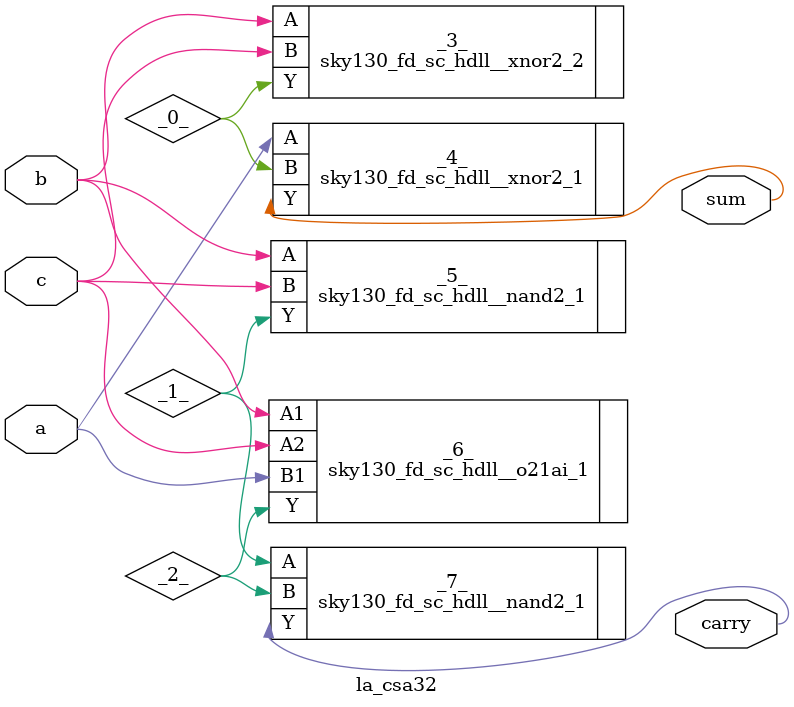
<source format=v>

/* Generated by Yosys 0.38+92 (git sha1 84116c9a3, x86_64-conda-linux-gnu-cc 11.2.0 -fvisibility-inlines-hidden -fmessage-length=0 -march=nocona -mtune=haswell -ftree-vectorize -fPIC -fstack-protector-strong -fno-plt -O2 -ffunction-sections -fdebug-prefix-map=/root/conda-eda/conda-eda/workdir/conda-env/conda-bld/yosys_1708682838165/work=/usr/local/src/conda/yosys-0.38_93_g84116c9a3 -fdebug-prefix-map=/user/projekt_pia/miniconda3/envs/sc=/usr/local/src/conda-prefix -fPIC -Os -fno-merge-constants) */

module la_csa32(a, b, c, sum, carry);
  wire _0_;
  wire _1_;
  wire _2_;
  input a;
  wire a;
  input b;
  wire b;
  input c;
  wire c;
  output carry;
  wire carry;
  output sum;
  wire sum;
  sky130_fd_sc_hdll__xnor2_2 _3_ (
    .A(b),
    .B(c),
    .Y(_0_)
  );
  sky130_fd_sc_hdll__xnor2_1 _4_ (
    .A(a),
    .B(_0_),
    .Y(sum)
  );
  sky130_fd_sc_hdll__nand2_1 _5_ (
    .A(b),
    .B(c),
    .Y(_1_)
  );
  sky130_fd_sc_hdll__o21ai_1 _6_ (
    .A1(b),
    .A2(c),
    .B1(a),
    .Y(_2_)
  );
  sky130_fd_sc_hdll__nand2_1 _7_ (
    .A(_1_),
    .B(_2_),
    .Y(carry)
  );
endmodule

</source>
